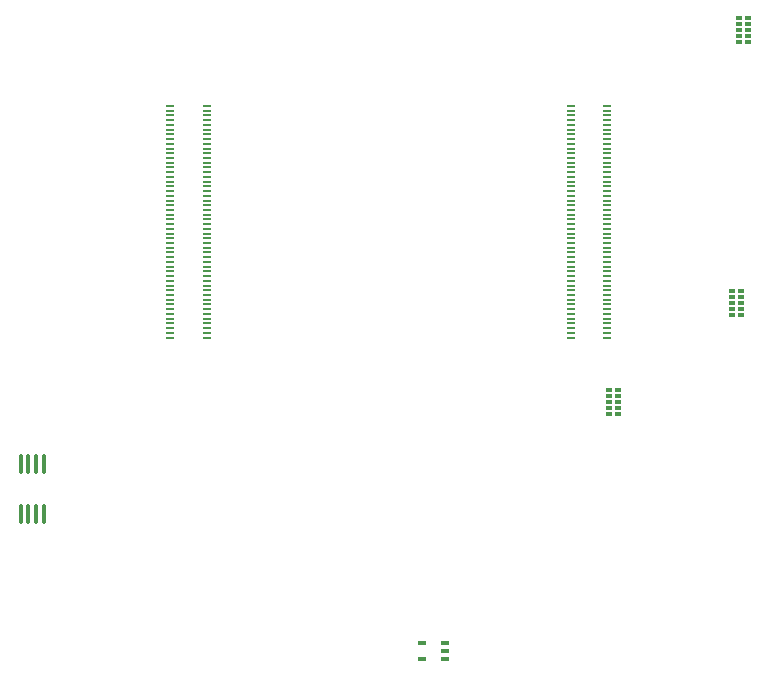
<source format=gbr>
%TF.GenerationSoftware,KiCad,Pcbnew,(5.99.0-6751-g76ac8b5acf)*%
%TF.CreationDate,2020-12-26T11:20:11-05:00*%
%TF.ProjectId,CM4_NAS,434d345f-4e41-4532-9e6b-696361645f70,rev?*%
%TF.SameCoordinates,Original*%
%TF.FileFunction,Paste,Top*%
%TF.FilePolarity,Positive*%
%FSLAX46Y46*%
G04 Gerber Fmt 4.6, Leading zero omitted, Abs format (unit mm)*
G04 Created by KiCad (PCBNEW (5.99.0-6751-g76ac8b5acf)) date 2020-12-26 11:20:11*
%MOMM*%
%LPD*%
G01*
G04 APERTURE LIST*
G04 Aperture macros list*
%AMRoundRect*
0 Rectangle with rounded corners*
0 $1 Rounding radius*
0 $2 $3 $4 $5 $6 $7 $8 $9 X,Y pos of 4 corners*
0 Add a 4 corners polygon primitive as box body*
4,1,4,$2,$3,$4,$5,$6,$7,$8,$9,$2,$3,0*
0 Add four circle primitives for the rounded corners*
1,1,$1+$1,$2,$3,0*
1,1,$1+$1,$4,$5,0*
1,1,$1+$1,$6,$7,0*
1,1,$1+$1,$8,$9,0*
0 Add four rect primitives between the rounded corners*
20,1,$1+$1,$2,$3,$4,$5,0*
20,1,$1+$1,$4,$5,$6,$7,0*
20,1,$1+$1,$6,$7,$8,$9,0*
20,1,$1+$1,$8,$9,$2,$3,0*%
G04 Aperture macros list end*
%ADD10R,0.550000X0.300000*%
%ADD11R,0.550000X0.400000*%
%ADD12R,0.700000X0.200000*%
%ADD13R,0.650000X0.400000*%
%ADD14RoundRect,0.100000X0.100000X-0.712500X0.100000X0.712500X-0.100000X0.712500X-0.100000X-0.712500X0*%
G04 APERTURE END LIST*
D10*
%TO.C,U2*%
X167060000Y-110980000D03*
X167060000Y-110480000D03*
D11*
X167060000Y-109980000D03*
D10*
X167060000Y-109480000D03*
X167060000Y-108980000D03*
X166290000Y-108980000D03*
X166290000Y-109480000D03*
D11*
X166290000Y-109980000D03*
D10*
X166290000Y-110480000D03*
X166290000Y-110980000D03*
%TD*%
%TO.C,U3*%
X156660000Y-119390000D03*
X156660000Y-118890000D03*
D11*
X156660000Y-118390000D03*
D10*
X156660000Y-117890000D03*
X156660000Y-117390000D03*
X155890000Y-117390000D03*
X155890000Y-117890000D03*
D11*
X155890000Y-118390000D03*
D10*
X155890000Y-118890000D03*
X155890000Y-119390000D03*
%TD*%
D12*
%TO.C,Module1*%
X118755000Y-93319000D03*
X121835000Y-93319000D03*
X118755000Y-93719000D03*
X121835000Y-93719000D03*
X118755000Y-94119000D03*
X121835000Y-94119000D03*
X118755000Y-94519000D03*
X121835000Y-94519000D03*
X118755000Y-94919000D03*
X121835000Y-94919000D03*
X118755000Y-95319000D03*
X121835000Y-95319000D03*
X118755000Y-95719000D03*
X121835000Y-95719000D03*
X118755000Y-96119000D03*
X121835000Y-96119000D03*
X118755000Y-96519000D03*
X121835000Y-96519000D03*
X118755000Y-96919000D03*
X121835000Y-96919000D03*
X118755000Y-97319000D03*
X121835000Y-97319000D03*
X118755000Y-97719000D03*
X121835000Y-97719000D03*
X118755000Y-98119000D03*
X121835000Y-98119000D03*
X118755000Y-98519000D03*
X121835000Y-98519000D03*
X118755000Y-98919000D03*
X121835000Y-98919000D03*
X118755000Y-99319000D03*
X121835000Y-99319000D03*
X118755000Y-99719000D03*
X121835000Y-99719000D03*
X118755000Y-100119000D03*
X121835000Y-100119000D03*
X118755000Y-100519000D03*
X121835000Y-100519000D03*
X118755000Y-100919000D03*
X121835000Y-100919000D03*
X118755000Y-101319000D03*
X121835000Y-101319000D03*
X118755000Y-101719000D03*
X121835000Y-101719000D03*
X118755000Y-102119000D03*
X121835000Y-102119000D03*
X118755000Y-102519000D03*
X121835000Y-102519000D03*
X118755000Y-102919000D03*
X121835000Y-102919000D03*
X118755000Y-103319000D03*
X121835000Y-103319000D03*
X118755000Y-103719000D03*
X121835000Y-103719000D03*
X118755000Y-104119000D03*
X121835000Y-104119000D03*
X118755000Y-104519000D03*
X121835000Y-104519000D03*
X118755000Y-104919000D03*
X121835000Y-104919000D03*
X118755000Y-105319000D03*
X121835000Y-105319000D03*
X118755000Y-105719000D03*
X121835000Y-105719000D03*
X118755000Y-106119000D03*
X121835000Y-106119000D03*
X118755000Y-106519000D03*
X121835000Y-106519000D03*
X118755000Y-106919000D03*
X121835000Y-106919000D03*
X118755000Y-107319000D03*
X121835000Y-107319000D03*
X118755000Y-107719000D03*
X121835000Y-107719000D03*
X118755000Y-108119000D03*
X121835000Y-108119000D03*
X118755000Y-108519000D03*
X121835000Y-108519000D03*
X118755000Y-108919000D03*
X121835000Y-108919000D03*
X118755000Y-109319000D03*
X121835000Y-109319000D03*
X118755000Y-109719000D03*
X121835000Y-109719000D03*
X118755000Y-110119000D03*
X121835000Y-110119000D03*
X118755000Y-110519000D03*
X121835000Y-110519000D03*
X118755000Y-110919000D03*
X121835000Y-110919000D03*
X118755000Y-111319000D03*
X121835000Y-111319000D03*
X118755000Y-111719000D03*
X121835000Y-111719000D03*
X118755000Y-112119000D03*
X121835000Y-112119000D03*
X118755000Y-112519000D03*
X121835000Y-112519000D03*
X118755000Y-112919000D03*
X121835000Y-112919000D03*
X152675000Y-93319000D03*
X155755000Y-93319000D03*
X152675000Y-93719000D03*
X155755000Y-93719000D03*
X152675000Y-94119000D03*
X155755000Y-94119000D03*
X152675000Y-94519000D03*
X155755000Y-94519000D03*
X152675000Y-94919000D03*
X155755000Y-94919000D03*
X152675000Y-95319000D03*
X155755000Y-95319000D03*
X152675000Y-95719000D03*
X155755000Y-95719000D03*
X152675000Y-96119000D03*
X155755000Y-96119000D03*
X152675000Y-96519000D03*
X155755000Y-96519000D03*
X152675000Y-96919000D03*
X155755000Y-96919000D03*
X152675000Y-97319000D03*
X155755000Y-97319000D03*
X152675000Y-97719000D03*
X155755000Y-97719000D03*
X152675000Y-98119000D03*
X155755000Y-98119000D03*
X152675000Y-98519000D03*
X155755000Y-98519000D03*
X152675000Y-98919000D03*
X155755000Y-98919000D03*
X152675000Y-99319000D03*
X155755000Y-99319000D03*
X152675000Y-99719000D03*
X155755000Y-99719000D03*
X152675000Y-100119000D03*
X155755000Y-100119000D03*
X152675000Y-100519000D03*
X155755000Y-100519000D03*
X152675000Y-100919000D03*
X155755000Y-100919000D03*
X152675000Y-101319000D03*
X155755000Y-101319000D03*
X152675000Y-101719000D03*
X155755000Y-101719000D03*
X152675000Y-102119000D03*
X155755000Y-102119000D03*
X152675000Y-102519000D03*
X155755000Y-102519000D03*
X152675000Y-102919000D03*
X155755000Y-102919000D03*
X152675000Y-103319000D03*
X155755000Y-103319000D03*
X152675000Y-103719000D03*
X155755000Y-103719000D03*
X152675000Y-104119000D03*
X155755000Y-104119000D03*
X152675000Y-104519000D03*
X155755000Y-104519000D03*
X152675000Y-104919000D03*
X155755000Y-104919000D03*
X152675000Y-105319000D03*
X155755000Y-105319000D03*
X152675000Y-105719000D03*
X155755000Y-105719000D03*
X152675000Y-106119000D03*
X155755000Y-106119000D03*
X152675000Y-106519000D03*
X155755000Y-106519000D03*
X152675000Y-106919000D03*
X155755000Y-106919000D03*
X152675000Y-107319000D03*
X155755000Y-107319000D03*
X152675000Y-107719000D03*
X155755000Y-107719000D03*
X152675000Y-108119000D03*
X155755000Y-108119000D03*
X152675000Y-108519000D03*
X155755000Y-108519000D03*
X152675000Y-108919000D03*
X155755000Y-108919000D03*
X152675000Y-109319000D03*
X155755000Y-109319000D03*
X152675000Y-109719000D03*
X155755000Y-109719000D03*
X152675000Y-110119000D03*
X155755000Y-110119000D03*
X152675000Y-110519000D03*
X155755000Y-110519000D03*
X152675000Y-110919000D03*
X155755000Y-110919000D03*
X152675000Y-111319000D03*
X155755000Y-111319000D03*
X152675000Y-111719000D03*
X155755000Y-111719000D03*
X152675000Y-112119000D03*
X155755000Y-112119000D03*
X152675000Y-112519000D03*
X155755000Y-112519000D03*
X152675000Y-112919000D03*
X155755000Y-112919000D03*
%TD*%
D10*
%TO.C,U5*%
X167640000Y-87868000D03*
X167640000Y-87368000D03*
D11*
X167640000Y-86868000D03*
D10*
X167640000Y-86368000D03*
X167640000Y-85868000D03*
X166870000Y-85868000D03*
X166870000Y-86368000D03*
D11*
X166870000Y-86868000D03*
D10*
X166870000Y-87368000D03*
X166870000Y-87868000D03*
%TD*%
D13*
%TO.C,U1*%
X140086000Y-140096000D03*
X140086000Y-138796000D03*
X141986000Y-138796000D03*
X141986000Y-139446000D03*
X141986000Y-140096000D03*
%TD*%
D14*
%TO.C,U6*%
X106086000Y-127842500D03*
X106736000Y-127842500D03*
X107386000Y-127842500D03*
X108036000Y-127842500D03*
X108036000Y-123617500D03*
X107386000Y-123617500D03*
X106736000Y-123617500D03*
X106086000Y-123617500D03*
%TD*%
M02*

</source>
